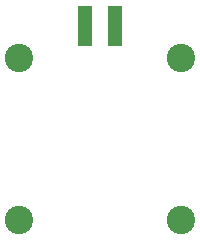
<source format=gbs>
%FSTAX44Y44*%
%MOMM*%
%SFA1B1*%

%IPPOS*%
%ADD20C,2.403195*%
%ADD25R,1.223198X3.373193*%
%LNpcb1-1*%
%LPD*%
G54D20*
X00137128Y00137128D03*
Y0D03*
X0D03*
Y00137128D03*
G54D25*
X00081259Y00164746D03*
X00055859D03*
M02*
</source>
